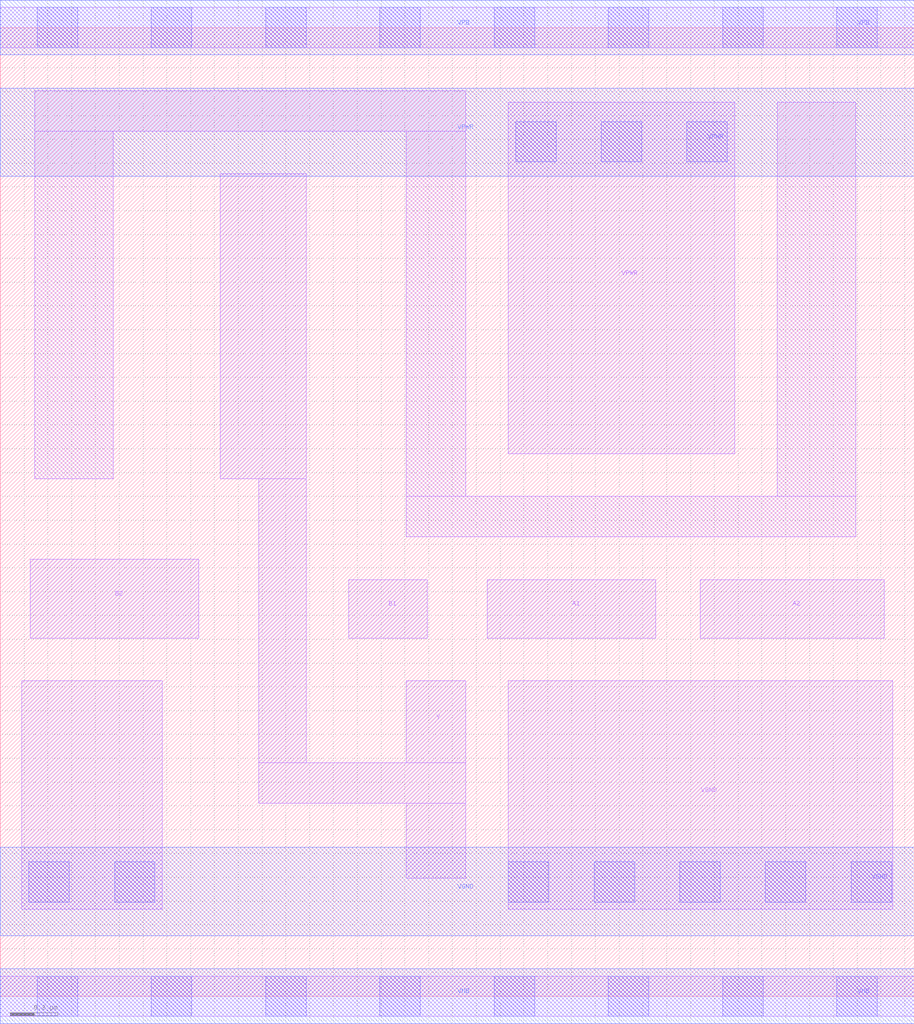
<source format=lef>
# Copyright 2020 The SkyWater PDK Authors
#
# Licensed under the Apache License, Version 2.0 (the "License");
# you may not use this file except in compliance with the License.
# You may obtain a copy of the License at
#
#     https://www.apache.org/licenses/LICENSE-2.0
#
# Unless required by applicable law or agreed to in writing, software
# distributed under the License is distributed on an "AS IS" BASIS,
# WITHOUT WARRANTIES OR CONDITIONS OF ANY KIND, either express or implied.
# See the License for the specific language governing permissions and
# limitations under the License.
#
# SPDX-License-Identifier: Apache-2.0

VERSION 5.7 ;
  NAMESCASESENSITIVE ON ;
  NOWIREEXTENSIONATPIN ON ;
  DIVIDERCHAR "/" ;
  BUSBITCHARS "[]" ;
UNITS
  DATABASE MICRONS 200 ;
END UNITS
MACRO sky130_fd_sc_hvl__a22oi_1
  CLASS CORE ;
  SOURCE USER ;
  FOREIGN sky130_fd_sc_hvl__a22oi_1 ;
  ORIGIN  0.000000  0.000000 ;
  SIZE  3.840000 BY  4.070000 ;
  SYMMETRY X Y ;
  SITE unithv ;
  PIN A1
    ANTENNAGATEAREA  1.125000 ;
    DIRECTION INPUT ;
    USE SIGNAL ;
    PORT
      LAYER li1 ;
        RECT 2.045000 1.505000 2.755000 1.750000 ;
    END
  END A1
  PIN A2
    ANTENNAGATEAREA  1.125000 ;
    DIRECTION INPUT ;
    USE SIGNAL ;
    PORT
      LAYER li1 ;
        RECT 2.940000 1.505000 3.715000 1.750000 ;
    END
  END A2
  PIN B1
    ANTENNAGATEAREA  1.125000 ;
    DIRECTION INPUT ;
    USE SIGNAL ;
    PORT
      LAYER li1 ;
        RECT 1.465000 1.505000 1.795000 1.750000 ;
    END
  END B1
  PIN B2
    ANTENNAGATEAREA  1.125000 ;
    DIRECTION INPUT ;
    USE SIGNAL ;
    PORT
      LAYER li1 ;
        RECT 0.125000 1.505000 0.835000 1.835000 ;
    END
  END B2
  PIN Y
    ANTENNADIFFAREA  0.630000 ;
    DIRECTION OUTPUT ;
    USE SIGNAL ;
    PORT
      LAYER li1 ;
        RECT 0.925000 2.175000 1.285000 3.455000 ;
        RECT 1.085000 0.810000 1.955000 0.980000 ;
        RECT 1.085000 0.980000 1.285000 2.175000 ;
        RECT 1.705000 0.495000 1.955000 0.810000 ;
        RECT 1.705000 0.980000 1.955000 1.325000 ;
    END
  END Y
  PIN VGND
    DIRECTION INOUT ;
    USE GROUND ;
    PORT
      LAYER li1 ;
        RECT 0.090000 0.365000 0.680000 1.325000 ;
        RECT 2.135000 0.365000 3.750000 1.325000 ;
      LAYER mcon ;
        RECT 0.120000 0.395000 0.290000 0.565000 ;
        RECT 0.480000 0.395000 0.650000 0.565000 ;
        RECT 2.135000 0.395000 2.305000 0.565000 ;
        RECT 2.495000 0.395000 2.665000 0.565000 ;
        RECT 2.855000 0.395000 3.025000 0.565000 ;
        RECT 3.215000 0.395000 3.385000 0.565000 ;
        RECT 3.575000 0.395000 3.745000 0.565000 ;
      LAYER met1 ;
        RECT 0.000000 0.255000 3.840000 0.625000 ;
    END
  END VGND
  PIN VNB
    DIRECTION INOUT ;
    USE GROUND ;
    PORT
      LAYER li1 ;
        RECT 0.000000 -0.085000 3.840000 0.085000 ;
      LAYER mcon ;
        RECT 0.155000 -0.085000 0.325000 0.085000 ;
        RECT 0.635000 -0.085000 0.805000 0.085000 ;
        RECT 1.115000 -0.085000 1.285000 0.085000 ;
        RECT 1.595000 -0.085000 1.765000 0.085000 ;
        RECT 2.075000 -0.085000 2.245000 0.085000 ;
        RECT 2.555000 -0.085000 2.725000 0.085000 ;
        RECT 3.035000 -0.085000 3.205000 0.085000 ;
        RECT 3.515000 -0.085000 3.685000 0.085000 ;
      LAYER met1 ;
        RECT 0.000000 -0.115000 3.840000 0.115000 ;
    END
  END VNB
  PIN VPB
    DIRECTION INOUT ;
    USE POWER ;
    PORT
      LAYER li1 ;
        RECT 0.000000 3.985000 3.840000 4.155000 ;
      LAYER mcon ;
        RECT 0.155000 3.985000 0.325000 4.155000 ;
        RECT 0.635000 3.985000 0.805000 4.155000 ;
        RECT 1.115000 3.985000 1.285000 4.155000 ;
        RECT 1.595000 3.985000 1.765000 4.155000 ;
        RECT 2.075000 3.985000 2.245000 4.155000 ;
        RECT 2.555000 3.985000 2.725000 4.155000 ;
        RECT 3.035000 3.985000 3.205000 4.155000 ;
        RECT 3.515000 3.985000 3.685000 4.155000 ;
      LAYER met1 ;
        RECT 0.000000 3.955000 3.840000 4.185000 ;
    END
  END VPB
  PIN VPWR
    DIRECTION INOUT ;
    USE POWER ;
    PORT
      LAYER li1 ;
        RECT 2.135000 2.280000 3.085000 3.755000 ;
      LAYER mcon ;
        RECT 2.165000 3.505000 2.335000 3.675000 ;
        RECT 2.525000 3.505000 2.695000 3.675000 ;
        RECT 2.885000 3.505000 3.055000 3.675000 ;
      LAYER met1 ;
        RECT 0.000000 3.445000 3.840000 3.815000 ;
    END
  END VPWR
  OBS
    LAYER li1 ;
      RECT 0.145000 2.175000 0.475000 3.635000 ;
      RECT 0.145000 3.635000 1.955000 3.805000 ;
      RECT 1.705000 1.930000 3.595000 2.100000 ;
      RECT 1.705000 2.100000 1.955000 3.635000 ;
      RECT 3.265000 2.100000 3.595000 3.755000 ;
  END
END sky130_fd_sc_hvl__a22oi_1

</source>
